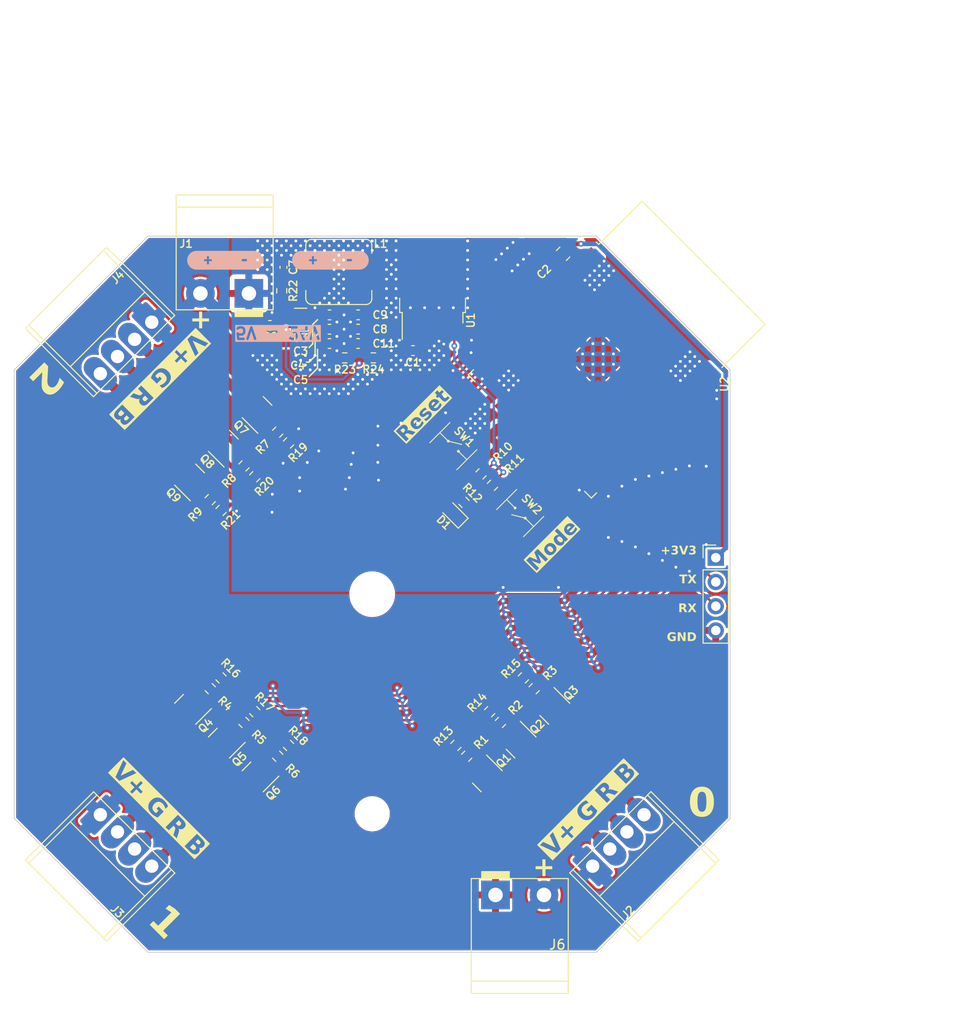
<source format=kicad_pcb>
(kicad_pcb (version 20221018) (generator pcbnew)
  (title_block (comment 4 "PCBWay Project ID: e9f6238d-98d9-4db3-80f1-0186aa2e5226"))
  (layers (0 "F.Cu" signal) (31 "B.Cu" signal) (34 "B.Paste" user) (35 "F.Paste" user) (36 "B.SilkS" user "B.Silkscreen") (37 "F.SilkS" user "F.Silkscreen") (38 "B.Mask" user) (39 "F.Mask" user) (44 "Edge.Cuts" user))
  (net 0 "")
  (net 1 "VCC")
  (net 2 "GND")
  (net 3 "+3.3V")
  (net 4 "/ch0_2")
  (net 5 "/ch0_1")
  (net 6 "/ch0_0")
  (net 7 "/ch1_2")
  (net 8 "/ch1_1")
  (net 9 "/ch1_0")
  (net 10 "/ch2_2")
  (net 11 "/ch2_1")
  (net 12 "/ch2_0")
  (net 13 "Net-(D1-K)")
  (net 28 "LED")
  (net 29 "RX")
  (net 31 "TX")
  (net 32 "/EN")
  (net 33 "BOOT")
  (net 34 "Net-(Q1-G)")
  (net 35 "Net-(Q2-G)")
  (net 36 "Net-(Q3-G)")
  (net 37 "Net-(Q4-G)")
  (net 38 "Net-(Q5-G)")
  (net 39 "Net-(Q6-G)")
  (net 40 "Net-(Q7-G)")
  (net 41 "Net-(Q8-G)")
  (net 42 "Net-(Q9-G)")
  (net 43 "+5V")
  (net 49 "/ledc0")
  (net 50 "/ledc1")
  (net 51 "/ledc2")
  (net 52 "/ledc3")
  (net 53 "/ledc4")
  (net 54 "/ledc5")
  (net 55 "/ledc6")
  (net 56 "/ledc7")
  (net 57 "/ledc8")
  (net 60 "/SS")
  (net 61 "/BST_C")
  (net 62 "/SW")
  (net 63 "/BST")
  (net 64 "/FB")
  (footprint "Package_TO_SOT_SMD:SOT-23" (layer "F.Cu") (at 119.136076 112.065009 -45)
    (fp_text reference "Q3")
    (fp_text value "SSM3K329R")
  )
  (footprint "Resistor_SMD:R_0603_1608Metric" (layer "F.Cu") (at 83.029436 109.899496 135)
    (fp_text reference "R4")
    (fp_text value "100k")
  )
  (footprint "Connector_PinHeader_2.54mm:PinHeader_1x04_P2.54mm_Vertical" (layer "F.Cu") (at 135.999998 96.18)
    (fp_text reference "J5" hide)
    (fp_text value "UART")
  )
  (footprint "Resistor_SMD:R_0603_1608Metric" (layer "F.Cu") (at 112.6 88.6 -135)
    (fp_text reference "R11")
    (fp_text value "10k")
  )
  (footprint "Resistor_SMD:R_0603_1608Metric" (layer "F.Cu") (at 90.100504 116.970562 135)
    (fp_text reference "R6")
    (fp_text value "100k")
  )
  (footprint "MountingHole:MountingHole_4.3mm_M4" (layer "F.Cu") (at 100 100 -45)
    (fp_text reference "H1" hide)
    (fp_text value "M4")
  )
  (footprint "Resistor_SMD:R_0603_1608Metric" (layer "F.Cu") (at 87.696342 112.303658 -45)
    (fp_text reference "R17")
    (fp_text value "1k")
  )
  (footprint "Capacitor_SMD:C_0402_1005Metric" (layer "F.Cu") (at 90.7 65.77 90)
    (fp_text reference "C7")
    (fp_text value "0.1µF 25V X5R")
  )
  (footprint "RF_Module:ESP32-WROOM-32" (layer "F.Cu") (at 123.499999 76.499999 -45)
    (fp_text reference "U2")
    (fp_text value "ESP32-WROOM-32")
  )
  (footprint "Resistor_SMD:R_0603_1608Metric" (layer "F.Cu") (at 87.696342 87.696342 -135)
    (fp_text reference "R20")
    (fp_text value "1k")
  )
  (footprint "ENSADLED:PLUG_Terminal_01x04_2.54mm" (layer "F.Cu") (at 74.207441 125.792559 -45)
    (fp_text reference "J3")
    (fp_text value "STRIP_1")
  )
  (footprint "Resistor_SMD:R_0603_1608Metric" (layer "F.Cu") (at 86.56497 113.435028 135)
    (fp_text reference "R5")
    (fp_text value "100k")
  )
  (footprint "ENSADLED:PLUG_Terminal_01x04_2.54mm" (layer "F.Cu") (at 125.792559 125.792559 45)
    (fp_text reference "J2")
    (fp_text value "STRIP_0")
  )
  (footprint "ENSADLED:EVQQ2" (layer "F.Cu") (at 115.5 91.5 45)
    (fp_text reference "SW2")
    (fp_text value "SW_BOOT")
  )
  (footprint "Resistor_SMD:R_0603_1608Metric" (layer "F.Cu") (at 84.160808 108.768124 -45)
    (fp_text reference "R16")
    (fp_text value "1k")
  )
  (footprint "Resistor_SMD:R_0603_1608Metric" (layer "F.Cu") (at 90.525 68.223936 90)
    (fp_text reference "R22")
    (fp_text value "5R 5%")
  )
  (footprint "Package_TO_SOT_SMD:SOT-23" (layer "F.Cu") (at 112.065008 119.136077 -45)
    (fp_text reference "Q1")
    (fp_text value "SSM3K329R")
  )
  (footprint "Resistor_SMD:R_0603_1608Metric" (layer "F.Cu") (at 83.029436 90.100505 45)
    (fp_text reference "R9")
    (fp_text value "100k")
  )
  (footprint "ENSADLED:fiche_bornier-2_P5.08mm" (layer "F.Cu") (at 84.54 68.5 180)
    (fp_text reference "J1")
    (fp_text value "VIN")
  )
  (footprint "Package_TO_SOT_SMD:SOT-23" (layer "F.Cu") (at 80.863923 112.065009 -135)
    (fp_text reference "Q4")
    (fp_text value "SSM3K329R")
  )
  (footprint "LOGO" (layer "F.Cu") (at 72.33884 100.191818 -45)
    (fp_text reference "G***" hide)
    (fp_text value "LOGO" hide)
  )
  (footprint "Capacitor_SMD:C_0603_1608Metric" (layer "F.Cu") (at 98.525 73.743936 180)
    (fp_text reference "C11")
    (fp_text value "100nF 50V X7R")
  )
  (footprint "Package_TO_SOT_SMD:SOT-583-8" (layer "F.Cu") (at 92.5 71.25 180)
    (fp_text reference "U3")
    (fp_text value "TPS62933DRLR")
  )
  (footprint "ENSADLED:EVQQ2" (layer "F.Cu") (at 108.5 84.5 -135)
    (fp_text reference "SW1")
    (fp_text value "SW_RESET")
  )
  (footprint "Resistor_SMD:R_0603_1608Metric" (layer "F.Cu") (at 108.768123 115.839193 45)
    (fp_text reference "R13")
    (fp_text value "1k")
  )
  (footprint "ENSADLED:fiche_bornier-2_P5.08mm" (layer "F.Cu") (at 115.46 131.5)
    (fp_text reference "J6")
    (fp_text value "VIN")
  )
  (footprint "Capacitor_SMD:C_0603_1608Metric" (layer "F.Cu") (at 98.525 70.743936 180)
    (fp_text reference "C9")
    (fp_text value "22µF 10V X5R")
  )
  (footprint "Resistor_SMD:R_0603_1608Metric" (layer "F.Cu") (at 91.231876 84.160808 -135)
    (fp_text reference "R19")
    (fp_text value "1k")
  )
  (footprint "Capacitor_SMD:C_0603_1608Metric" (layer "F.Cu") (at 98.525 72.243936 180)
    (fp_text reference "C8")
    (fp_text value "22µF 10V X5R")
  )
  (footprint "Resistor_SMD:R_0603_1608Metric" (layer "F.Cu") (at 116.970561 109.899495 -135)
    (fp_text reference "R3")
    (fp_text value "100k")
  )
  (footprint "MountingHole:MountingHole_3.2mm_M3" (layer "F.Cu") (at 100 123)
    (fp_text reference "H2" hide)
    (fp_text value "PEG" hide)
  )
  (footprint "Resistor_SMD:R_0603_1608Metric" (layer "F.Cu") (at 86.56497 86.564971 45)
    (fp_text reference "R8")
    (fp_text value "100k")
  )
  (footprint "Capacitor_SMD:C_0603_1608Metric" (layer "F.Cu") (at 95.525 73.75)
    (fp_text reference "C5")
    (fp_text value "100nF 50V X7R")
  )
  (footprint "Capacitor_SMD:C_0603_1608Metric" (layer "F.Cu") (at 104.275 74.488008)
    (fp_text reference "C1")
    (fp_text value "1µF 5V")
  )
  (footprint "Resistor_SMD:R_0603_1608Metric" (layer "F.Cu") (at 112.303658 112.303658 45)
    (fp_text reference "R14")
    (fp_text value "1k")
  )
  (footprint "Resistor_SMD:R_0603_1608Metric" (layer "F.Cu") (at 90.100504 83.029437 45)
    (fp_text reference "R7")
    (fp_text value "100k")
  )
  (footprint "Resistor_SMD:R_0603_1608Metric" (layer "F.Cu") (at 100.125 75.25)
    (fp_text reference "R24")
    (fp_text value "52.3K 1%")
  )
  (footprint "Resistor_SMD:R_0603_1608Metric" (layer "F.Cu") (at 109.616651 90.383347 135)
    (fp_text reference "R12")
    (fp_text value "1K")
  )
  (footprint "Package_TO_SOT_SMD:SOT-23" (layer "F.Cu") (at 87.93499 80.863923 135)
    (fp_text reference "Q7")
    (fp_text value "SSM3K329R")
  )
  (footprint "Package_TO_SOT_SMD:TO-252-2" (layer "F.Cu") (at 106.325 68.025 90)
    (fp_text reference "U1")
    (fp_text value "BD33FC0FP")
  )
  (footprint "Resistor_SMD:R_0603_1608Metric" (layer "F.Cu") (at 97.125 75.25 180)
    (fp_text reference "R23")
    (fp_text value "10K 1%")
  )
  (footprint "Capacitor_SMD:C_0603_1608Metric" (layer "F.Cu") (at 89.275 71.85 180)
    (fp_text reference "C6")
    (fp_text value "33nF 50V X7R")
  )
  (footprint "Package_TO_SOT_SMD:SOT-23" (layer "F.Cu") (at 87.93499 119.136076 -135)
    (fp_text reference "Q6")
    (fp_text value "SSM3K329R")
  )
  (footprint "Package_TO_SOT_SMD:SOT-23" (layer "F.Cu") (at 80.863922 87.934991 135)
    (fp_text reference "Q9")
    (fp_text value "SSM3K329R")
  )
  (footprint "Resistor_SMD:R_0603_1608Metric" (layer "F.Cu") (at 91.231876 115.839193 -45)
    (fp_text reference "R18")
    (fp_text value "1k")
  )
  (footprint "Resistor_SMD:R_0603_1608Metric" (layer "F.Cu") (at 115.83919 108.768124 45)
    (fp_text reference "R15")
    (fp_text value "1k")
  )
  (footprint "Package_TO_SOT_SMD:SOT-23" (layer "F.Cu") (at 84.399456 84.399457 135)
    (fp_text reference "Q8")
    (fp_text value "SSM3K329R")
  )
  (footprint "Resistor_SMD:R_0603_1608Metric" (layer "F.Cu") (at 113.435028 113.435028 -135)
    (fp_text reference "R2")
    (fp_text value "100k")
  )
  (footprint "ENSADLED:PLUG_Terminal_01x04_2.54mm" (layer "F.Cu") (at 74.207441 74.207441 -135)
    (fp_text reference "J4")
    (fp_text value "STRIP_2")
  )
  (footprint "Resistor_SMD:R_0603_1608Metric" (layer "F.Cu") (at 111.4 87.4 -135)
    (fp_text reference "R10")
    (fp_text value "10k")
  )
  (footprint "Resistor_SMD:R_0603_1608Metric" (layer "F.Cu") (at 109.899494 116.970562 -135)
    (fp_text reference "R1")
    (fp_text value "100k")
  )
  (footprint "Capacitor_SMD:C_0603_1608Metric" (layer "F.Cu") (at 95.525 70.75)
    (fp_text reference "C3")
    (fp_text value "10µF 35V X5R")
  )
  (footprint "Resistor_SMD:R_0603_1608Metric" (layer "F.Cu") (at 84.160807 91.231877 -135)
    (fp_text reference "R21")
    (fp_text value "1k")
  )
  (footprint "Package_TO_SOT_SMD:SOT-23" (layer "F.Cu") (at 115.600542 115.600543 -45)
    (fp_text reference "Q2")
    (fp_text value "SSM3K329R")
  )
  (footprint "Inductor_SMD:L_Bourns_SRP7028A_7.3x6.6mm" (layer "F.Cu") (at 96.5 66.25)
    (fp_text reference "L1")
    (fp_text value "6.8µH")
  )
  (footprint "LED_SMD:LED_0603_1608Metric" (layer "F.Cu") (at 108.485281 91.514719 135)
    (fp_text reference "D1")
    (fp_text value "USER LED BLUE")
  )
  (footprint "Package_TO_SOT_SMD:SOT-23" (layer "F.Cu") (at 84.399456 115.600542 -135)
    (fp_text reference "Q5")
    (fp_text value "SSM3K329R")
  )
  (footprint "Capacitor_SMD:C_0805_2012Metric" (layer "F.Cu") (at 120.001751 64.348249 45)
    (fp_text reference "C2")
    (fp_text value "22µF")
  )
  (footprint "Capacitor_SMD:C_0603_1608Metric" (layer "F.Cu") (at 95.525 72.25)
    (fp_text reference "C4")
    (fp_text value "10µF 35V X5R")
  )
  (footprint "kibuzzard-63B86E3D" (layer "B.Cu") (at 84.625 65.025)
    (fp_text reference "kibuzzard-63B86E3D" hide)
    (fp_text value "G***" hide)
  )
  (footprint "kibuzzard-63B86E3D" (layer "B.Cu") (at 95.625 65.025)
    (fp_text reference "kibuzzard-63B86E3D" hide)
    (fp_text value "G***" hide)
  )
  (gr_line (start 93.764 71.755) (end 94.272 71.247) (stroke (width 0.15)) (layer "F.SilkS"))
  (gr_line (start 94.018 75.057) (end 94.018 73.025) (stroke (width 0.15)) (layer "F.SilkS"))
  (gr_line (start 93.383 75.692) (end 93.115 75.693936) (stroke (width 0.15)) (layer "F.SilkS"))
  (gr_line (start 93.383 77.216) (end 94.272 76.327) (stroke (width 0.15)) (layer "F.SilkS"))
  (gr_line (start 93.764 73.787) (end 93.764 71.755) (stroke (width 0.15)) (layer "F.SilkS"))
  (gr_poly (pts (xy 114.42 129.799999) (xy 111.42 129.8) (xy 111.42 129) (xy 114.42 129)) (fill solid) (layer "F.SilkS"))
  (gr_line (start 93.383 75.692) (end 94.018 75.057) (stroke (width 0.15)) (layer "F.SilkS"))
  (gr_line (start 94.272 76.327) (end 94.272 74.3585) (stroke (width 0.15)) (layer "F.SilkS"))
  (gr_line (start 94.018 73.025) (end 94.272 72.771) (stroke (width 0.15)) (layer "F.SilkS"))
  (gr_rect (start 85.575 70.175) (end 88.575 70.975) (fill solid) (layer "F.SilkS"))
  (gr_line (start 93.383 74.168) (end 93.764 73.787) (stroke (width 0.15)) (layer "F.SilkS"))
  (gr_line (start 94.272 76.327) (end 94.272 76.327) (stroke (width 0.15)) (layer "F.SilkS"))
  (gr_line (start 123.499999 62.499999) (end 76.499998 62.5) (stroke (width 0.1)) (layer "Edge.Cuts"))
  (gr_line (start 76.499998 62.5) (end 62.499999 76.499999) (stroke (width 0.1)) (layer "Edge.Cuts"))
  (gr_line (start 137.499999 76.499999) (end 123.499999 62.499999) (stroke (width 0.1)) (layer "Edge.Cuts"))
  (gr_line (start 76.499998 137.5) (end 123.499999 137.5) (stroke (width 0.1)) (layer "Edge.Cuts"))
  (gr_line (start 62.499998 123.5) (end 76.499998 137.5) (stroke (width 0.1)) (layer "Edge.Cuts"))
  (gr_line (start 62.499999 76.499999) (end 62.499998 123.5) (stroke (width 0.1)) (layer "Edge.Cuts"))
  (gr_line (start 137.499999 123.5) (end 137.499999 76.499999) (stroke (width 0.1)) (layer "Edge.Cuts"))
  (gr_line (start 123.499999 137.5) (end 137.499999 123.5) (stroke (width 0.1)) (layer "Edge.Cuts"))
  (gr_text "202308" (at 106.999998 133.8) (layer "F.Cu") (effects (font (size 1 1) (thickness 0.19) bold) (justify right)))
  (gr_text "5V - 24V" (at 90.075 72.6 180) (layer "B.SilkS" knockout) (effects (font (size 1.2 1.2) (thickness 0.25) bold) (justify mirror)))
  (gr_text "V+ G R B" (at 77.6 122.6 315) (layer "F.SilkS" knockout) (effects (font (size 1.8 1.8) (thickness 0.36) bold)))
  (gr_text "+3V3\n\nTX\n\nRX\n\nGND" (at 133.999998 100.000001) (layer "F.SilkS") (effects (font (size 0.9 0.9) (thickness 0.16) bold) (justify right)))
  (gr_text "V+ G R B" (at 122.8 122.6 45) (layer "F.SilkS" knockout) (effects (font (size 1.8 1.8) (thickness 0.36) bold)))
  (gr_text "0" (at 134.55 122.025) (layer "F.SilkS") (effects (font (size 3 3) (thickness 0.6) bold)))
  (gr_text "Mode" (at 118.925 94.95 45) (layer "F.SilkS" knockout) (effects (font (size 1.5 1.5) (thickness 0.2) bold)))
  (gr_text "V+ G R B" (at 77.6 77.4 -135) (layer "F.SilkS" knockout) (effects (font (size 1.8 1.8) (thickness 0.36) bold)))
  (gr_text "+" (at 117.995 128.6 180) (layer "F.SilkS") (effects (font (size 2 2) (thickness 0.2) bold)))
  (gr_text "+" (at 82.025 71.325) (layer "F.SilkS") (effects (font (size 2 2) (thickness 0.2) bold)))
  (gr_text "Reset" (at 105.35 81.325 45) (layer "F.SilkS" knockout) (effects (font (size 1.5 1.5) (thickness 0.2) bold)))
  (gr_text "2" (at 65.725 77.4 -135) (layer "F.SilkS") (effects (font (size 3 3) (thickness 0.6) bold)))
  (gr_text "1" (at 78.25 134.425 -45) (layer "F.SilkS") (effects (font (size 3 3) (thickness 0.6) bold)))
  (segment (start 87.125736 73.625736) (end 94.625736 73.625736) (width 1) (layer "F.Cu") (net 1))
  (segment (start 82 68.5) (end 87.125736 73.625736) (width 1) (layer "F.Cu") (net 1))
  (segment (start 88.5 71.85) (end 87.08 71.85) (width 0.25) (layer "F.Cu") (net 2))
  (segment (start 87.08 71.85) (end 87.08 68.5) (width 0.25) (layer "F.Cu") (net 2))
  (segment (start 106.325 65.325) (end 105 64) (width 1) (layer "F.Cu") (net 2))
  (segment (start 104.25 68) (end 102.5 68) (width 1) (layer "F.Cu") (net 2))
  (segment (start 106.325 65.925) (end 106.325 68.175) (width 1) (layer "F.Cu") (net 2))
  (segment (start 108.4 68) (end 110 68) (width 1) (layer "F.Cu") (net 2))
  (segment (start 106.325 65.925) (end 104 68.25) (width 1) (layer "F.Cu") (net 2))
  (segment (start 108.5 68.1) (end 108.5 70) (width 1) (layer "F.Cu") (net 2))
  (segment (start 106.325 65.925) (end 104.25 68) (width 1) (layer "F.Cu") (net 2))
  (segment (start 105 64) (end 102.5 64) (width 1) (layer "F.Cu") (net 2))
  (segment (start 106.325 65.925) (end 108.25 64) (width 1) (layer "F.Cu") (net 2))
  (segment (start 104 68.25) (end 104 70) (width 1) (layer "F.Cu") (net 2))
  (segment (start 106.325 65.925) (end 108.5 68.1) (width 1) (layer "F.Cu") (net 2))
  (segment (start 108.25 64) (end 110 64) (width 1) (layer "F.Cu") (net 2))
  (segment (start 106.325 65.925) (end 108.4 68) (width 1) (layer "F.Cu") (net 2))
  (segment (start 106.325 65.925) (end 106.325 65.325) (width 1) (layer "F.Cu") (net 2))
  (via (at 102 76.5) (size 0.6) (drill 0.3) (layers "F.Cu" "B.Cu") (net 2))
  (via (at 97 78.5) (size 0.6) (drill 0.3) (layers "F.Cu" "B.Cu") (net 2))
  (via (at 95.5 69.5) (size 0.6) (drill 0.3) (layers "F.Cu" "B.Cu") (net 2))
  (via (at 102 75.5) (size 0.6) (drill 0.3) (layers "F.Cu" "B.Cu") (net 2))
  (via (at 97.5 63.5) (size 0.6) (drill 0.3) (layers "F.Cu" "B.Cu") (net 2))
  (via (at 102.5 75) (size 0.6) (drill 0.3) (layers "F.Cu" "B.Cu") (net 2))
  (via (at 106.5 75) (size 0.6) (drill 0.3) (layers "F.Cu" "B.Cu") (net 2))
  (via (at 107.5 73.8) (size 0.6) (drill 0.3) (layers "F.Cu" "B.Cu") (net 2))
  (via (at 111.795 80.12) (size 0.6) (drill 0.3) (layers "F.Cu" "B.Cu") (net 2))
  (via (at 95.5 79) (size 0.6) (drill 0.3) (layers "F.Cu" "B.Cu") (net 2))
  (via (at 100.59 86.19) (size 0.6) (drill 0.3) (layers "F.Cu" "B.Cu") (net 2))
  (via (at 100.66 88.06) (size 0.6) (drill 0.3) (layers "F.Cu" "B.Cu") (net 2))
  (via (at 100.5 63.5) (size 0.6) (drill 0.3) (layers "F.Cu" "B.Cu") (net 2))
  (via (at 104.2 113.8) (size 0.6) (drill 0.3) (layers "F.Cu" "B.Cu") (net 2))
  (via (at 115.85 64.92) (size 0.6) (drill 0.3) (layers "F.Cu" "B.Cu") (net 2))
  (via (at 124.748736 89.746951) (size 0.6) (drill 0.3) (layers "F.Cu" "B.Cu") (net 2))
  (via (at 88 65) (size 0.6) (drill 0.3) (layers "F.Cu" "B.Cu") (net 2))
  (via (at 89 76.5) (size 0.6) (drill 0.3) (layers "F.Cu" "B.Cu") (net 2))
  (via (at 109.795 82.12) (size 0.6) (drill 0.3) (layers "F.Cu" "B.Cu") (net 2))
  (via (at 132.795 75.12) (size 0.6) (drill 0.3) (layers "F.Cu" "B.Cu") (net 2))
  (via (at 114.295 76.62) (size 0.6) (drill 0.3) (layers "F.Cu" "B.Cu") (net 2))
  (via (at 101 73.5) (size 0.6) (drill 0.3) (layers "F.Cu" "B.Cu") (net 2))
  (via (at 93 64) (size 0.6) (drill 0.3) (layers "F.Cu" "B.Cu") (net 2))
  (via (at 101.5 65) (size 0.6) (drill 0.3) (layers "F.Cu" "B.Cu") (net 2))
  (via (at 98.5 63.5) (size 0.6) (drill 0.3) (layers "F.Cu" "B.Cu") (net 2))
  (via (at 110.4 73.4) (size 0.6) (drill 0.3) (layers "F.Cu" "B.Cu") (net 2))
  (via (at 103.6 112.4) (size 0.6) (drill 0.3) (layers "F.Cu" "B.Cu") (net 2))
  (via (at 97.6 87.8) (size 0.6) (drill 0.3) (layers "F.Cu" "B.Cu") (net 2))
  (via (at 114.158246 63.758246) (size 0.6) (drill 0.3) (layers "F.Cu" "B.Cu") (net 2))
  (via (at 110.295 82.62) (size 0.6) (drill 0.3) (layers "F.Cu" "B.Cu") (net 2))
  (via (at 94.5 75.5) (size 0.6) (drill 0.3) (layers "F.Cu" "B.Cu") (net 2))
  (via (at 89.5 76) (size 0.6) (drill 0.3) (layers "F.Cu" "B.Cu") (net 2))
  (via (at 92.4 87.8) (size 0.6) (drill 0.3) (layers "F.Cu" "B.Cu") (net 2))
  (via (at 124.295 67.12) (size 0.6) (drill 0.3) (layers "F.Cu" "B.Cu") (net 2))
  (via (at 111.795 82.12) (size 0.6) (drill 0.3) (layers "F.Cu" "B.Cu") (net 2))
  (via (at 110.795 82.12) (size 0.6) (drill 0.3) (layers "F.Cu" "B.Cu") (net 2))
  (via (at 126.162951 94.484567) (size 0.6) (drill 0.3) (layers "F.Cu" "B.Cu") (net 2))
  (via (at 133.295 75.62) (size 0.6) (drill 0.3) (layers "F.Cu" "B.Cu") (net 2))
  (via (at 101.5 68) (size 0.6) (drill 0.3) (layers "F.Cu" "B.Cu") (net 2))
  (via (at 97.5 69.5) (size 0.6) (drill 0.3) (layers "F.Cu" "B.Cu") (net 2))
  (via (at 92 75) (size 0.6) (drill 0.3) (layers "F.Cu" "B.Cu") (net 2))
  (via (at 96 67) (size 0.6) (drill 0.3) (layers "F.Cu" "B.Cu") (net 2))
  (via (at 134.999999 86.6) (size 0.6) (drill 0.3) (layers "F.Cu" "B.Cu") (net 2))
  (via (at 114.495688 103.606244) (size 0.6) (drill 0.3) (layers "F.Cu" "B.Cu") (net 2))
  (via (at 89 66) (size 0.6) (drill 0.3) (layers "F.Cu" "B.Cu") (net 2))
  (via (at 110.295 81.62) (size 0.6) (drill 0.3) (layers "F.Cu" "B.Cu") (net 2))
  (via (at 130.40559 87.272078) (size 0.6) (drill 0.3) (layers "F.Cu" "B.Cu") (net 2))
  (via (at 95 69) (size 0.6) (drill 0.3) (layers "F.Cu" "B.Cu") (net 2))
  (via (at 92.5 75.5) (size 0.6) (drill 0.3) (layers "F.Cu" "B.Cu") (net 2))
  (via (at 114.758246 63.158246) (size 0.6) (drill 0.3) (layers "F.Cu" "B.Cu") (net 2))
  (via (at 136.1 79.54) (size 0.6) (drill 0.3) (layers "F.Cu" "B.Cu") (net 2))
  (via (at 100 63) (size 0.6) (drill 0.3) (layers "F.Cu" "B.Cu") (net 2))
  (via (at 111.295 82.62) (size 0.6) (drill 0.3) (layers "F.Cu" "B.Cu") (net 2))
  (via (at 95.5 63.5) (size 0.6) (drill 0.3) (layers "F.Cu" "B.Cu") (net 2))
  (via (at 132.295 76.62) (size 0.6) (drill 0.3) (layers "F.Cu" "B.Cu") (net 2))
  (via (at 131.295 76.62) (size 0.6) (drill 0.3) (layers "F.Cu" "B.Cu") (net 2))
  (via (at 99.5 78) (size 0.6) (drill 0.3) (layers "F.Cu" "B.Cu") (net 2))
  (via (at 120.152542 100.636396) (size 0.6) (drill 0.3) (layers "F.Cu" "B.Cu") (net 2))
  (via (at 97.05 73.75) (size 0.6) (drill 0.3) (layers "F.Cu" "B.Cu") (net 2))
  (via (at 110 63) (size 0.6) (drill 0.3) (layers "F.Cu" "B.Cu") (net 2))
  (via (at 94 64) (size 0.6) (drill 0.3) (layers "F.Cu" "B.Cu") (net 2))
  (via (at 89 63) (size 0.6) (drill 0.3) (layers "F.Cu" "B.Cu") (net 2))
  (via (at 96.5 68.5) (size 0.6) (drill 0.3) (layers "F.Cu" "B.Cu") (net 2))
  (via (at 102.5 68) (size 0.6) (drill 0.3) (layers "F.Cu" "B.Cu") (net 2))
  (via (at 102.5 66) (size 0.6) (drill 0.3) (layers "F.Cu" "B.Cu") (net 2))
  (via (at 98 78.5) (size 0.6) (drill 0.3) (layers "F.Cu" "B.Cu") (net 2))
  (via (at 115.295 77.62) (size 0.6) (drill 0.3) (layers "F.Cu" "B.Cu") (net 2))
  (via (at 102.5 64) (size 0.6) (drill 0.3) (layers "F.Cu" "B.Cu") (net 2))
  (via (at 93.5 79) (size 0.6) (drill 0.3) (layers "F.Cu" "B.Cu") (net 2))
  (via (at 104 75.5) (size 0.6) (drill 0.3) (layers "F.Cu" "B.Cu") (net 2))
  (via (at 124.795 65.62) (size 0.6) (drill 0.3) (layers "F.Cu" "B.Cu") (net 2))
  (via (at 94 78.5) (size 0.6) (drill 0.3) (layers "F.Cu" "B.Cu") (net 2))
  (via (at 111.525 77.443936) (size 0.6) (drill 0.3) (layers "F.Cu" "B.Cu") (net 2))
  (via (at 123.795 66.62) (size 0.6) (drill 0.3) (layers "F.Cu" "B.Cu") (net 2))
  (via (at 90 77.5) (size 0.6) (drill 0.3) (layers "F.Cu" "B.Cu") (net 2))
  (via (at 114.000713 102.12132) (size 0.6) (drill 0.3) (layers "F.Cu" "B.Cu") (net 2))
  (via (at 94 75) (size 0.6) (drill 0.3) (layers "F.Cu" "B.Cu") (net 2))
  (via (at 97 69) (size 0.6) (drill 0.3) (layers "F.Cu" "B.Cu") (net 2))
  (via (at 96.5 63.5) (size 0.6) (drill 0.3) (layers "F.Cu" "B.Cu") (net 2))
  (via (at 89.505 91.42) (size 0.6) (drill 0.3) (layers "F.Cu" "B.Cu") (net 2))
  (via (at 132.295 75.62) (size 0.6) (drill 0.3) (layers "F.Cu" "B.Cu") (net 2))
  (via (at 94.5 69.5) (size 0.6) (drill 0.3) (layers "F.Cu" "B.Cu") (net 2))
  (via (at 88.5 65.5) (size 0.6) (drill 0.3) (layers "F.Cu" "B.Cu") (net 2))
  (via (at 106.5 74) (size 0.6) (drill 0.3) (layers "F.Cu" "B.Cu") (net 2))
  (via (at 102.85 73.4) (size 0.6) (drill 0.3) (layers "F.Cu" "B.Cu") (net 2))
  (via (at 95.5 76.5) (size 0.6) (drill 0.3) (layers "F.Cu" "B.Cu") (net 2))
  (via (at 115.980612 106.363962) (size 0.6) (drill 0.3) (layers "F.Cu" "B.Cu") (net 2))
  (via (at 101 76.5) (size 0.6) (drill 0.3) (layers "F.Cu" "B.Cu") (net 2))
  (via (at 89.5 63.5) (size 0.6) (drill 0.3) (layers "F.Cu" "B.Cu") (net 2))
  (via (at 115.25 65.52) (size 0.6) (drill 0.3) (layers "F.Cu" "B.Cu") (net 2))
  (via (at 111.295 80.62) (size 0.6) (drill 0.3) (layers "F.Cu" "B.Cu") (net 2))
  (via (at 95 63) (size 0.6) (drill 0.3) (layers "F.Cu" "B.Cu") (net 2))
  (via (at 102.5 67) (size 0.6) (drill 0.3) (layers "F.Cu" "B.Cu") (net 2))
  (via (at 99.5 77) (size 0.6) (drill 0.3) (layers "F.Cu" "B.Cu") (net 2))
  (via (at 126.16295 88.686291) (size 0.6) (drill 0.3) (layers "F.Cu" "B.Cu") (net 2))
  (via (at 102.5 63) (size 0.6) (drill 0.3) (layers "F.Cu" "B.Cu") (net 2))
  (via (at 88.5 64.5) (size 0.6) (drill 0.3) (layers "F.Cu" "B.Cu") (net 2))
  (via (at 88 64) (size 0.6) (drill 0.3) (layers "F.Cu" "B.Cu") (net 2))
  (via (at 106.5 76) (size 0.6) (drill 0.3) (layers "F.Cu" "B.Cu") (net 2))
  (via (at 101.5 66) (size 0.6) (drill 0.3) (layers "F.Cu" "B.Cu") (net 2))
  (via (at 132.795 77.12) (size 0.6) (drill 0.3) (layers "F.Cu" "B.Cu") (net 2))
  (via (at 94.5 79) (size 0.6) (drill 0.3) (layers "F.Cu" "B.Cu") (net 2))
  (via (at 93 75) (size 0.6) (drill 0.3) (layers "F.Cu" "B.Cu") (net 2))
  (via (at 112.958246 64.958246) (size 0.6) (drill 0.3) (layers "F.Cu" "B.Cu") (net 2))
  (via (at 92.8 112.4) (size 0.6) (drill 0.3) (layers "F.Cu" "B.Cu") (net 2))
  (via (at 99 63) (size 0.6) (drill 0.3) (layers "F.Cu" "B.Cu") (net 2))
  (via (at 100.5 77) (size 0.6) (drill 0.3) (layers "F.Cu" "B.Cu") (net 2))
  (via (at 105 75.5) (size 0.6) (drill 0.3) (layers "F.Cu" "B.Cu") (net 2))
  (via (at 109.53488 77.301942) (size 0.6) (drill 0.3) (layers "F.Cu" "B.Cu") (net 2))
  (via (at 91.5 63.5) (size 0.6) (drill 0.3) (layers "F.Cu" "B.Cu") (net 2))
  (via (at 93.2 86.2) (size 0.6) (drill 0.3) (layers "F.Cu" "B.Cu") (net 2))
  (via (at 93 78.5) (size 0.6) (drill 0.3) (layers "F.Cu" "B.Cu") (net 2))
  (via (at 92.5 63.5) (size 0.6) (drill 0.3) (layers "F.Cu" "B.Cu") (net 2))
  (via (at 90.66619 86.282129) (size 0.6) (drill 0.3) (layers "F.Cu" "B.Cu") (net 2))
  (via (at 96.5 79) (size 0.6) (drill 0.3) (layers "F.Cu" "B.Cu") (net 2))
  (via (at 85.785 91.29) (size 0.6) (drill 0.3) (layers "F.Cu" "B.Cu") (net 2))
  (via (at 136.1 78.65) (size 0.6) (drill 0.3) (layers "F.Cu" "B.Cu") (net 2))
  (via (at 101.5 71) (size 0.6) (drill 0.3) (layers "F.Cu" "B.Cu") (net 2))
  (via (at 124.295 66.12) (size 0.6) (drill 0.3) (layers "F.Cu" "B.Cu") (net 2))
  (via (at 111.795 81.12) (size 0.6) (drill 0.3) (layers "F.Cu" "B.Cu") (net 2))
  (via (at 92.5 79) (size 0.6) (drill 0.3) (layers "F.Cu" "B.Cu") (net 2))
  (via (at 104 76.5) (size 0.6) (drill 0.3) (layers "F.Cu" "B.Cu") (net 2))
  (via (at 90 64) (size 0.6) (drill 0.3) (layers "F.Cu" "B.Cu") (net 2))
  (via (at 122.795 67.62) (size 0.6) (drill 0.3) (layers "F.Cu" "B.Cu") (net 2))
  (via (at 107.5 75) (size 0.6) (drill 0.3) (layers "F.Cu" "B.Cu") (net 2))
  (via (at 123.795 65.62) (size 0.6) (drill 0.3) (layers "F.Cu" "B.Cu") (net 2))
  (via (at 114.795 77.12) (size 0.6) (drill 0.3) (layers "F.Cu" "B.Cu") (net 2))
  (via (at 133.234017 86.564971) (size 0.6) (drill 0.3) (layers "F.Cu" "B.Cu") (net 2))
  (via (at 90 76.5) (size 0.6) (drill 0.3) (layers "F.Cu" "B.Cu") (net 2))
  (via (at 102 66.5) (size 0.6) (drill 0.3) (layers "F.Cu" "B.Cu") (net 2))
  (via (at 88.5 76) (size 0.6) (drill 0.3) (layers "F.Cu" "B.Cu") (net 2))
  (via (at 123.295 66.12) (size 0.6) (drill 0.3) (layers "F.Cu" "B.Cu") (net 2))
  (via (at 88 66) (size 0.6) (drill 0.3) (layers "F.Cu" "B.Cu") (net 2))
  (via (at 97 67) (size 0.6) (drill 0.3) (layers "F.Cu" "B.Cu") (net 2))
  (via (at 100.6 84.4) (size 0.6) (drill 0.3) (layers "F.Cu" "B.Cu") (net 2))
  (via (at 127.577164 87.979185) (size 0.6) (drill 0.3) (layers "F.Cu" "B.Cu") (net 2))
  (via (at 99 64) (size 0.6) (drill 0.3) (layers "F.Cu" "B.Cu") (net 2))
  (via (at 95 75) (size 0.6) (drill 0.3) (layers "F.Cu" "B.Cu") (net 2))
  (via (at 93.5 75.5) (size 0.6) (drill 0.3) (layers "F.Cu" "B.Cu") (net 2))
  (via (at 102.6 109.8) (size 0.6) (drill 0.3) (layers "F.Cu" "B.Cu") (net 2))
  (via (at 105 76.5) (size 0.6) (drill 0.3) (layers "F.Cu" "B.Cu") (net 2))
  (via (at 89.5 75) (size 0.6) (drill 0.3) (layers "F.Cu" "B.Cu") (net 2))
  (via (at 106 74.5) (size 0.6) (drill 0.3) (layers "F.Cu" "B.Cu") (net 2))
  (via (at 97 68) (size 0.6) (drill 0.3) (layers "F.Cu" "B.Cu") (net 2))
  (via (at 106 75.5) (size 0.6) (drill 0.3) (layers "F.Cu" "B.Cu") (net 2))
  (via (at 123.688076 107.707465) (size 0.6) (drill 0.3) (layers "F.Cu" "B.Cu") (net 2))
  (via (at 114.795 78.12) (size 0.6) (drill 0.3) (layers "F.Cu" "B.Cu") (net 2))
  (via (at 102.5 74) (size 0.6) (drill 0.3) (layers "F.Cu" "B.Cu") (net 2))
  (via (at 102 69.5) (size 0.6) (drill 0.3) (layers "F.Cu" "B.Cu") (net 2))
  (via (at 95 76) (size 0.6) (drill 0.3) (layers "F.Cu" "B.Cu") (net 2))
  (via (at 96.5 69.5) (size 0.6) (drill 0.3) (layers "F.Cu" "B.Cu") (net 2))
  (via (at 130.40559 96.464466) (size 0.6) (drill 0.3) (layers "F.Cu" "B.Cu") (net 2))
  (via (at 94.5 63.5) (size 0.6) (drill 0.3) (layers "F.Cu" "B.Cu") (net 2))
  (via (at 98 64) (size 0.6) (drill 0.3) (layers "F.Cu" "B.Cu") (net 2))
  (via (at 100.6 82.4) (size 0.6) (drill 0.3) (layers "F.Cu" "B.Cu") (net 2))
  (via (at 91 63) (size 0.6) (drill 0.3) (layers "F.Cu" "B.Cu") (net 2))
  (via (at 93.2 114) (size 0.6) (drill 0.3) (layers "F.Cu" "B.Cu") (net 2))
  (via (at 104.75 82.08) (size 0.6) (drill 0.3) (layers "F.Cu" "B.Cu") (net 2))
  (via (at 91.5 78) (size 0.6) (drill 0.3) (layers "F.Cu" "B.Cu") (net 2))
  (via (at 103 76.5) (size 0.6) (drill 0.3) (layers "F.Cu" "B.Cu") (net 2))
  (via (at 110 65) (size 0.6) (drill 0.3) (layers "F.Cu" "B.Cu") (net 2))
  (via (at 106 76.5) (size 0.6) (drill 0.3) (layers "F.Cu" "B.Cu") (net 2))
  (via (at 93 63) (size 0.6) (drill 0.3) (layers "F.Cu" "B.Cu") (net 2))
  (via (at 131.819804 86.918524) (size 0.6) (drill 0.3) (layers "F.Cu" "B.Cu") (net 2))
  (via (at 108.5 70) (size 0.6) (drill 0.3) (layers "F.Cu" "B.Cu") (net 2))
  (via (at 111.295 81.62) (size 0.6) (drill 0.3) (layers "F.Cu" "B.Cu") (net 2))
  (via (at 122.295 67.12) (size 0.6) (drill 0.3) (layers "F.Cu" "B.Cu") (net 2))
  (via (at 89.5 77) (size 0.6) (drill 0.3) (layers "F.Cu" "B.Cu") (net 2))
  (via (at 110.795 81.12) (size 0.6) (drill 0.3) (layers "F.Cu" "B.Cu") (net 2))
  (via (at 131.819804 97.171574) (size 0.6) (drill 0.3) (layers "F.Cu" "B.Cu") (net 2))
  (via (at 110 66) (size 0.6) (drill 0.3) (layers "F.Cu" "B.Cu") (net 2))
  (via (at 97 63) (size 0.6) (drill 0.3) (layers "F.Cu" "B.Cu") (net 2))
  (via (at 108.47 76.58) (size 0.6) (drill 0.3) (layers "F.Cu" "B.Cu") (net 2))
  (via (at 97 65) (size 0.6) (drill 0.3) (layers "F.Cu" "B.Cu") (net 2))
  (via (at 110 70) (size 0.6) (drill 0.3) (layers "F.Cu" "B.Cu") (net 2))
  (via (at 88.5 75) (size 0.6) (drill 0.3) (layers "F.Cu" "B.Cu") (net 2))
  (via (at 89.5 68.5) (size 0.6) (drill 0.3) (layers "F.Cu" "B.Cu") (net 2))
  (via (at 87.5 75) (size 0.6) (drill 0.3) (layers "F.Cu" "B.Cu") (net 2))
  (via (at 102 65.5) (size 0.6) (drill 0.3) (layers "F.Cu" "B.Cu") (net 2))
  (via (at 116.45 64.34) (size 0.6) (drill 0.3) (layers "F.Cu" "B.Cu") (net 2))
  (via (at 101.5 74) (size 0.6) (drill 0.3) (layers "F.Cu" "B.Cu") (net 2))
  (via (at 110 69) (size 0.6) (drill 0.3) (layers "F.Cu" "B.Cu") (net 2))
  (via (at 102.5 65) (size 0.6) (drill 0.3) (layers "F.Cu" "B.Cu") (net 2))
  (via (at 113.717871 100.707106) (size 0.6) (drill 0.3) (layers "F.Cu" "B.Cu") (net 2))
  (via (at 96 68) (size 0.6) (drill 0.3) (layers "F.Cu" "B.Cu") (net 2))
  (via (at 107 74.5) (size 0.6) (drill 0.3) (layers "F.Cu" "B.Cu") (net 2))
  (via (at 123.295 68.12) (size 0.6) (drill 0.3) (layers "F.Cu" "B.Cu") (net 2))
  (via (at 90 63) (size 0.6) (drill 0.3) (layers "F.Cu" "B.Cu") (net 2))
  (via (at 92 63) (size 0.6) (drill 0.3) (layers "F.Cu" "B.Cu") (net 2))
  (via (at 89.5 64.5) (size 0.6) (drill 0.3) (layers "F.Cu" "B.Cu") (net 2))
  (via (at 97.2 89) (size 0.6) (drill 0.3) (layers "F.Cu" "B.Cu") (net 2))
  (via (at 110 68) (size 0.6) (drill 0.3) (layers "F.Cu" "B.Cu") (net 2))
  (via (at 88 63) (size 0.6) (drill 0.3) (layers "F.Cu" "B.Cu") (net 2))
  (via (at 102 73.5) (size 0.6) (drill 0.3) (layers "F.Cu" "B.Cu") (net 2))
  (via (at 102.5 71) (size 0.6) (drill 0.3) (layers "F.Cu" "B.Cu") (net 2))
  (via (at 102.5 70) (size 0.6) (drill 0.3) (layers "F.Cu" "B.Cu") (net 2))
  (via (at 102.5 69) (size 0.6) (drill 0.3) (layers "F.Cu" "B.Cu") (net 2))
  (via (at 133.234017 97.595837) (size 0.6) (drill 0.3) (layers "F.Cu" "B.Cu") (net 2))
  (via (at 97.725 72.993936) (size 0.6) (drill 0.3) (layers "F.Cu" "B.Cu") (net 2))
  (via (at 99.5 63.5) (size 0.6) (drill 0.3) (layers "F.Cu" "B.Cu") (net 2))
  (via (at 96.3 76.65) (size 0.6) (drill 0.3) (layers "F.Cu" "B.Cu") (net 2))
  (via (at 97.725 71.493936) (size 0.6) (drill 0.3) (layers "F.Cu" "B.Cu") (net 2))
  (via (at 99 77.5) (size 0.6) (drill 0.3) (layers "F.Cu" "B.Cu") (net 2))
  (via (at 131.795 76.12) (size 0.6) (drill 0.3) (layers "F.Cu" "B.Cu") (net 2))
  (via (at 107 73.5) (size 0.6) (drill 0.3) (layers "F.Cu" "B.Cu") (net 2))
  (via (at 96 63) (size 0.6) (drill 0.3) (layers "F.Cu" "B.Cu") (net 2))
  (via (at 122.795 66.62) (size 0.6) (drill 0.3) (layers "F.Cu" "B.Cu") (net 2))
  (via (at 103.5 76) (size 0.6) (drill 0.3) (layers "F.Cu" "B.Cu") (net 2))
  (via (at 107.69 81) (size 0.6) (drill 0.3) (layers "F.Cu" "B.Cu") (net 2))
  (via (at 89.534819 89.53482) (size 0.6) (drill 0.3) (layers "F.Cu" "B.Cu") (net 2))
  (via (at 132.795 76.12) (size 0.6) (drill 0.3) (layers "F.Cu" "B.Cu") (net 2))
  (via (at 113.795 78.12) (size 0.6) (drill 0.3) (layers "F.Cu" "B.Cu") (net 2))
  (via (at 90.5 63.5) (size 0.6) (drill 0.3) (layers "F.Cu" "B.Cu") (net 2))
  (via (at 94.5 76.5) (size 0.6) (drill 0.3) (layers "F.Cu" "B.Cu") (net 2))
  (via (at 95.5 68.5) (size 0.6) (drill 0.3) (layers "F.Cu" "B.Cu") (net 2))
  (via (at 121.7 89.1) (size 0.6) (drill 0.3) (layers "F.Cu" "B.Cu") (net 2))
  (via (at 128.991377 87.625631) (size 0.6) (drill 0.3) (layers "F.Cu" "B.Cu") (net 2))
  (via (at 117.394825 107.778175) (size 0.6) (drill 0.3) (layers "F.Cu" "B.Cu") (net 2))
  (via (at 107 75.5) (size 0.6) (drill 0.3) (layers "F.Cu" "B.Cu") (net 2))
  (via (at 122.980971 106.293251) (size 0.6) (drill 0.3) (layers "F.Cu" "B.Cu") (net 2))
  (via (at 121.566755 103.464823) (size 0.6) (drill 0.3) (layers "F.Cu" "B.Cu") (net 2))
  (via (at 89 65) (size 0.6) (drill 0.3) (layers "F.Cu" "B.Cu") (net 2))
  (via (at 96 66) (size 0.6) (drill 0.3) (layers "F.Cu" "B.Cu") (net 2))
  (via (at 88.5 63.5) (size 0.6) (drill 0.3) (layers "F.Cu" "B.Cu") (net 2))
  (via (at 100 77.5) (size 0.6) (drill 0.3) (layers "F.Cu" "B.Cu") (net 2))
  (via (at 89.6 109.6) (size 0.6) (drill 0.3) (layers "F.Cu" "B.Cu") (net 2))
  (via (at 101.5 63) (size 0.6) (drill 0.3) (layers "F.Cu" "B.Cu") (net 2))
  (via (at 113.71787 99.292893) (size 0.6) (drill 0.3) (layers "F.Cu" "B.Cu") (net 2))
  (via (at 89.5 65.5) (size 0.6) (drill 0.3) (layers "F.Cu" "B.Cu") (net 2))
  (via (at 107 70) (size 0.6) (drill 0.3) (layers "F.Cu" "B.Cu") (net 2))
  (via (at 104 70) (size 0.6) (drill 0.3) (layers "F.Cu" "B.Cu") (net 2))
  (via (at 113.558246 64.358246) (size 0.6) (drill 0.3) (layers "F.Cu" "B.Cu") (net 2))
  (via (at 120.859649 102.050609) (size 0.6) (drill 0.3) (layers "F.Cu" "B.Cu") (net 2))
  (via (at 100 64) (size 0.6) (drill 0.3) (layers "F.Cu" "B.Cu") (net 2))
  (via (at 89.5 69.5) (size 0.6) (drill 0.3) (layers "F.Cu" "B.Cu") (net 2))
  (via (at 94.4 85) (size 0.6) (drill 0.3) (layers "F.Cu" "B.Cu") (net 2))
  (via (at 98.5 78) (size 0.6) (drill 0.3) (layers "F.Cu" "B.Cu") (net 2))
  (via (at 123.795 67.62) (size 0.6) (drill 0.3) (layers "F.Cu" "B.Cu") (net 2))
  (via (at 125.295 66.12) (size 0.6) (drill 0.3) (layers "F.Cu" "B.Cu") (net 2))
  (via (at 90 75.5) (size 0.6) (drill 0.3) (layers "F.Cu" "B.Cu") (net 2))
  (via (at 93.5 76.5) (size 0.6) (drill 0.3) (layers "F.Cu" "B.Cu") (net 2))
  (via (at 98 85.2) (size 0.6) (drill 0.3) (layers "F.Cu" "B.Cu") (net 2))
  (via (at 97.05 72.25) (size 0.6) (drill 0.3) (layers "F.Cu" "B.Cu") (net 2))
  (via (at 96 64) (size 0.6) (drill 0.3) (layers "F.Cu" "B.Cu") (net 2))
  (via (at 122.273863 104.879036) (size 0.6) (drill 0.3) (layers "F.Cu" "B.Cu") (net 2))
  (via (at 93.5 63.5) (size 0.6) (drill 0.3) (layers "F.Cu" "B.Cu") (net 2))
  (via (at 97 66) (size 0.6) (drill 0.3) (layers "F.Cu" "B.Cu") (net 2))
  (via (at 110.360741 74.706082) (size 0.6) (drill 0.3) (layers "F.Cu" "B.Cu") (net 2))
  (via (at 110 64) (size 0.6) (drill 0.3) (layers "F.Cu" "B.Cu") (net 2))
  (via (at 96.5 64.5) (size 0.6) (drill 0.3) (layers "F.Cu" "B.Cu") (net 2))
  (via (at 93 76) (size 0.6) (drill 0.3) (layers "F.Cu" "B.Cu") (net 2))
  (via (at 124.295 65.12) (size 0.6) (drill 0.3) (layers "F.Cu" "B.Cu") (net 2))
  (via (at 123.295 67.12) (size 0.6) (drill 0.3) (layers "F.Cu" "B.Cu") (net 2))
  (via (at 97.05 70.75) (size 0.6) (drill 0.3) (layers "F.Cu" "B.Cu") (net 2))
  (via (at 89.6 111) (size 0.6) (drill 0.3) (layers "F.Cu" "B.Cu") (net 2))
  (via (at 96 65) (size 0.6) (drill 0.3) (layers "F.Cu" "B.Cu") (net 2))
  (via (at 90.5 78) (size 0.6) (drill 0.3) (layers "F.Cu" "B.Cu") (net 2))
  (via (at 124.748736 94.060303) (size 0.6) (drill 0.3) (layers "F.Cu" "B.Cu") (net 2))
  (via (at 133.295 74.62) (size 0.6) (drill 0.3) (layers "F.Cu" "B.Cu") (net 2))
  (via (at 89.5 66.5) (size 0.6) (drill 0.3) (layers "F.Cu" "B.Cu") (net 2))
  (via (at 96.3 71.5) (size 0.6) (drill 0.3) (layers "F.Cu" "B.Cu") (net 2))
  (via (at 94 63) (size 0.6) (drill 0.3) (layers "F.Cu" "B.Cu") (net 2))
  (via (at 89 64) (size 0.6) (drill 0.3) (layers "F.Cu" "B.Cu") (net 2))
  (via (at 128.991377 95.757359) (size 0.6) (drill 0.3) (layers "F.Cu" "B.Cu") (net 2))
  (via (at 134.999999 94.800001) (size 0.6) (drill 0.3) (layers "F.Cu" "B.Cu") (net 2))
  (via (at 92.4 89.2) (size 0.6) (drill 0.3) (layers "F.Cu" "B.Cu") (net 2))
  (via (at 92 78.5) (size 0.6) (drill 0.3) (layers "F.Cu" "B.Cu") (net 2))
  (via (at 102 70.5) (size 0.6) (drill 0.3) (layers "F.Cu" "B.Cu") (net 2))
  (via (at 110.795 83.12) (size 0.6) (drill 0.3) (layers "F.Cu" "B.Cu") (net 2))
  (via (at 119.516146 99.292893) (size 0.6) (drill 0.3) (layers "F.Cu" "B.Cu") (net 2))
  (via (at 98 63) (size 0.6) (drill 0.3) (layers "F.Cu" "B.Cu") (net 2))
  (via (at 105.5 70) (size 0.6) (drill 0.3) (layers "F.Cu" "B.Cu") (net 2))
  (via (at 113.795 77.12) (size 0.6) (drill 0.3) (layers "F.Cu" "B.Cu") (net 2))
  (via (at 97 64) (size 0.6) (drill 0.3) (layers "F.Cu" "B.Cu") (net 2))
  (via (at 103 75.5) (size 0.6) (drill 0.3) (layers "F.Cu" "B.Cu") (net 2))
  (via (at 96.5 66.5) (size 0.6) (drill 0.3) (layers "F.Cu" "B.Cu") (net 2))
  (via (at 97.5 79) (size 0.6) (drill 0.3) (layers "F.Cu" "B.Cu") (net 2))
  (via (at 96.5 67.5) (size 0.6) (drill 0.3) (layers "F.Cu" "B.Cu") (net 2))
  (via (at 97.5 78) (size 0.6) (drill 0.3) (layers "F.Cu" "B.Cu") (net 2))
  (via (at 96 78.5) (size 0.6) (drill 0.3) (layers "F.Cu" "B.Cu") (net 2))
  (via (at 96.3 74.5) (size 0.6) (drill 0.3) (layers "F.Cu" "B.Cu") (net 2))
  (via (at 89 75.5) (size 0.6) (drill 0.3) (layers "F.Cu" "B.Cu") (net 2))
  (via (at 134.295 75.62) (size 0.6) (drill 0.3) (layers "F.Cu" "B.Cu") (net 2))
  (via (at 89.5 67.5) (size 0.6) (drill 0.3) (layers "F.Cu" "B.Cu") (net 2))
  (via (at 91.5 64.5) (size 0.6) (drill 0.3) (layers "F.Cu" "B.Cu") (net 2))
  (via (at 103.02 82.08) (size 0.6) (drill 0.3) (layers "F.Cu" "B.Cu") (net 2))
  (via (at 110 67) (size 0.6) (drill 0.3) (layers "F.Cu" "B.Cu") (net 2))
  (via (at 101.5 67) (size 0.6) (drill 0.3) (layers "F.Cu" "B.Cu") (net 2))
  (via (at 95 64) (size 0.6) (drill 0.3) (layers "F.Cu" "B.Cu") (net 2))
  (via (at 107.59 79.28) (size 0.6) (drill 0.3) (layers "F.Cu" "B.Cu") (net 2))
  (via (at 124.795 66.62) (size 0.6) (drill 0.3) (layers "F.Cu" "B.Cu") (net 2))
  (via (at 92.292535 82.675885) (size 0.6) (drill 0.3) (layers "F.Cu" "B.Cu") (net 2))
  (via (at 115.202794 105.020458) (size 0.6) (drill 0.3) (layers "F.Cu" "B.Cu") (net 2))
  (via (at 94 70) (size 0.6) (drill 0.3) (layers "F.Cu" "B.Cu") (net 2))
  (via (at 91 77.5) (size 0.6) (drill 0.3) (layers "F.Cu" "B.Cu") (net 2))
  (via (at 89.5 70.5) (size 0.6) (drill 0.3) (layers "F.Cu" "B.Cu") (net 2))
  (via (at 96.5 65.5) (size 0.6) (drill 0.3) (layers "F.Cu" "B.Cu") (net 2))
  (via (at 104.5 76) (size 0.6) (drill 0.3) (layers "F.Cu" "B.Cu") (net 2))
  (via (at 97.8 86.4) (size 0.6) (drill 0.3) (layers "F.Cu" "B.Cu") (net 2))
  (via (at 132.295 77.62) (size 0.6) (drill 0.3) (layers "F.Cu" "B.Cu") (net 2))
  (via (at 92 64) (size 0.6) (drill 0.3) (layers "F.Cu" "B.Cu") (net 2))
  (via (at 114.66 66.14) (size 0.6) (drill 0.3) (layers "F.Cu" "B.Cu") (net 2))
  (via (at 92 76) (size 0.6) (drill 0.3) (layers "F.Cu" "B.Cu") (net 2))
  (via (at 100 76.5) (size 0.6) (drill 0.3) (layers "F.Cu" "B.Cu") (net 2))
  (via (at 91 64) (size 0.6) (drill 0.3) (layers "F.Cu" "B.Cu") (net 2))
  (via (at 133.295 76.62) (size 0.6) (drill 0.3) (layers "F.Cu" "B.Cu") (net 2))
  (via (at 101.5 70) (size 0.6) (drill 0.3) (layers "F.Cu" "B.Cu") (net 2))
  (via (at 96 69) (size 0.6) (drill 0.3) (layers "F.Cu" "B.Cu") (net 2))
  (via (at 133.795 75.12) (size 0.6) (drill 0.3) (layers "F.Cu" "B.Cu") (net 2))
  (via (at 98 77.5) (size 0.6) (drill 0.3) (layers "F.Cu" "B.Cu") (net 2))
  (via (at 90.5 77) (size 0.6) (drill 0.3) (layers "F.Cu" "B.Cu") (net 2))
  (via (at 96.3 73) (size 0.6) (drill 0.3) (layers "F.Cu" "B.Cu") (net 2))
  (via (at 91 78.5) (size 0.6) (drill 0.3) (layers "F.Cu" "B.Cu") (net 2))
  (via (at 88 75.5) (size 0.6) (drill 0.3) (layers "F.Cu" "B.Cu") (net 2))
  (via (at 127.577164 95.050253) (size 0.6) (drill 0.3) (layers "F.Cu" "B.Cu") (net 2))
  (via (at 90.5 64.5) (size 0.6) (drill 0.3) (layers "F.Cu" "B.Cu") (net 2))
  (via (at 92.5 76.5) (size 0.6) (drill 0.3) (layers "F.Cu" "B.Cu") (net 2))
  (via (at 105.5 76) (size 0.6) (drill 0.3) (layers "F.Cu" "B.Cu") (net 2))
  (via (at 131.795 77.12) (size 0.6) (drill 0.3) (layers "F.Cu" "B.Cu") (net 2))
  (via (at 102.5 76) (size 0.6) (drill 0.3) (layers "F.Cu" "B.Cu") (net 2))
  (via (at 102 74.5) (size 0.6) (drill 0.3) (layers "F.Cu" "B.Cu") (net 2))
  (via (at 114.295 78.62) (size 0.6) (drill 0.3) (layers "F.Cu" "B.Cu") (net 2))
  (via (at 113.295 77.62) (size 0.6) (drill 0.3) (layers "F.Cu" "B.Cu") (net 2))
  (via (at 114.295 77.62) (size 0.6) (drill 0.3) (layers "F.Cu" "B.Cu") (net 2))
  (via (at 133.795 76.12) (size 0.6) (drill 0.3) (layers "F.Cu" "B.Cu") (net 2))
  (via (at 98.5 77) (size 0.6) (drill 0.3) (layers "F.Cu" "B.Cu") (net 2))
  (via (at 91.5 79) (size 0.6) (drill 0.3) (layers "F.Cu" "B.Cu") (net 2))
  (via (at 101.5 69) (size 0.6) (drill 0.3) (layers "F.Cu" "B.Cu") (net 2))
  (via (at 95 78.5) (size 0.6) (drill 0.3) (layers "F.Cu" "B.Cu") (net 2))
  (via (at 103.178979 111.095795) (size 0.6) (drill 0.3) (layers "F.Cu" "B.Cu") (net 2))
  (via (at 101.5 64) (size 0.6) (drill 0.3) (layers "F.Cu" "B.Cu") (net 2))
  (via (at 94 76) (size 0.6) (drill 0.3) (layers "F.Cu" "B.Cu") (net 2))
  (segment (start 92.292535 82.675885) (end 92.292535 84.655782) (width 0.25) (layer "B.Cu") (net 2))
  (segment (start 103.178979 111.095795) (end 102.6 110.516816) (width 0.25) (layer "B.Cu") (net 2))
  (segment (start 94.4 85) (end 93.2 86.2) (width 0.25) (layer "B.Cu") (net 2))
  (segment (start 98 86.2) (end 97.8 86.4) (width 0.25) (layer "B.Cu") (net 2))
  (segment (start 97.6 86.6) (end 97.8 86.4) (width 0.25) (layer "B.Cu") (net 2))
  (segment (start 89.505 91.42) (end 90.18 91.42) (width 0.25) (layer "B.Cu") (net 2))
  (segment (start 115.202794 105.020458) (end 115.980612 105.798275) (width 0.25) (layer "B.Cu") (net 2))
  (segment (start 87.779639 91.29) (end 89.534819 89.53482) (width 0.25) (layer "B.Cu") (net 2))
  (segment (start 120.859649 102.050609) (end 121.566756 102.757717) (width 0.25) (layer "B.Cu") (net 2))
  (segment (start 114.495688 104.313351) (end 114.495688 103.606244) (width 0.25) (layer "B.Cu") (net 2))
  (segment (start 121.566755 104.17193) (end 121.566755 103.464823) (width 0.25) (layer "B.Cu") (net 2))
  (segment (start 92.8 112.4) (end 92.8 113.6) (width 0.25) (layer "B.Cu") (net 2))
  (segment (start 92.8 113.6) (end 93.2 114) (width 0.25) (layer "B.Cu") (net 2))
  (segment (start 103.6 113.2) (end 104.2 113.8) (width 0.25) (layer "B.Cu") (net 2))
  (segment (start 113.71787 99.292893) (end 113.717871 100.707106) (width 0.25) (layer "B.Cu") (net 2))
  (segment (start 122.980969 107.000357) (end 122.980971 106.293251) (width 0.25) (layer "B.Cu") (net 2))
  (segment (start 89.6 109.6) (end 89.6 111) (width 0.25) (layer "B.Cu") (net 2))
  (segment (start 89.6 111) (end 91 112.4) (width 0.25) (layer "B.Cu") (net 2))
  (segment (start 113.717871 101.838478) (end 113.717871 100.707106) (width 0.25) (layer "B.Cu") (net 2))
  (segment (start 115.202794 105.020458) (end 114.495688 104.313351) (width 0.25) (layer "B.Cu") (net 2))
  (segment (start 122.273863 104.879036) (end 122.98097 105.586144) (width 0.25) (layer "B.Cu") (net 2))
  (segment (start 120.859649 102.050609) (end 120.152542 101.343504) (width 0.25) (layer "B.Cu") (net 2))
  (segment (start 114.000713 102.12132) (end 113.717871 101.838478) (width 0.25) (layer "B.Cu") (net 2))
  (segment (start 115.980612 105.798275) (end 115.980612 106.363962) (width 0.25) (layer "B.Cu") (net 2))
  (segment (start 92.4 87) (end 93.2 86.2) (width 0.25) (layer "B.Cu") (net 2))
  (segment (start 92.4 89.2) (end 92.4 87.8) (width 0.25) (layer "B.Cu") (net 2))
  (segment (start 120.152542 99.929289) (end 120.152542 100.636396) (width 0.25) (layer "B.Cu") (net 2))
  (segment (start 114.495689 102.616295) (end 114.495688 103.606244) (width 0.25) (layer "B.Cu") (net 2))
  (segment (start 92.292535 84.655782) (end 90.66619 86.282129) (width 0.25) (layer "B.Cu") (net 2))
  (segment (start 122.273863 104.879036) (end 121.566755 104.17193) (width 0.25) (layer "B.Cu") (net 2))
  (segment (start 91 112.4) (end 92.8 112.4) (width 0.25) (layer "B.Cu") (net 2))
  (segment (start 98 85.2) (end 98 86.2) (width 0.25) (layer "B.Cu") (net 2))
  (segment (start 92.4 87.8) (end 92.4 87) (width 0.25) (layer "B.Cu") (net 2))
  (segment (start 90.18 91.42) (end 92.4 89.2) (width 0.25) (layer "B.Cu") (net 2))
  (segment (start 122.98097 105.586144) (end 122.980971 106.293251) (width 0.25) (layer "B.Cu") (net 2))
  (segment (start 102.6 110.516816) (end 102.6 109.8) (width 0.25) (layer "B.Cu") (net 2))
  (segment (start 123.688076 107.707465) (end 122.980969 107.000357) (width 0.25) (layer "B.Cu") (net 2))
  (segment (start 89.534819 89.53482) (end 89.534818 87.413499) (width 0.25) (layer "B.Cu") (net 2))
  (segment (start 119.516146 99.292893) (end 120.152542 99.929289) (width 0.25) (layer "B.Cu") (net 2))
  (segment (start 103.178979 111.095795) (end 103.178979 111.978979) (width 0.25) (layer "B.Cu") (net 2))
  (segment (start 97.2 88.2) (end 97.6 87.8) (width 0.25) (layer "B.Cu") (net 2))
  (segment (start 103.178979 111.978979) (end 103.6 112.4) (width 0.25) (layer "B.Cu") (net 2))
  (segment (start 114.000713 102.12132) (end 114.495689 102.616295) (width 0.25) (layer "B.Cu") (net 2))
  (segment (start 121.566756 102.757717) (end 121.566755 103.464823) (width 0.25) (layer "B.Cu") (net 2))
  (segment (start 117.394825 107.778175) (end 115.980612 106.363962) (width 0.25) (layer "B.Cu") (net 2))
  (segment (start 97.6 87.8) (end 97.6 86.6) (width 0.25) (layer "B.Cu") (net 2))
  (segment (start 120.152542 101.343504) (end 120.152542 100.636396) (width 0.25) (layer "B.Cu") (net 2))
  (segment (start 103.6 112.4) (end 103.6 113.2) (width 0.25) (layer "B.Cu") (net 2))
  (segment (start 97.2 89) (end 97.2 88.2) (width 0.25) (layer "B.Cu") (net 2))
  (segment (start 89.534818 87.413499) (end 90.66619 86.282129) (width 0.25) (layer "B.Cu") (net 2))
  (segment (start 85.785 91.29) (end 87.779639 91.29) (width 0.25) (layer "B.Cu") (net 2))
  (segment (start 121.88 63.3) (end 121.05 63.3) (width 0.5) (layer "F.Cu") (net 3))
  (segment (start 120.197003 63.199999) (end 120.673502 63.676498) (width 1) (layer "F.Cu") (net 3))
  (segment (start 112.183363 86.816637) (end 112.75 86.25) (width 0.25) (layer "F.Cu") (net 3))
  (segment (start 113.183363 87.796637) (end 113.75 87.23) (width 0.25) (layer "F.Cu") (net 3))
  (segment (start 111.983363 86.816637) (end 112.183363 86.816637) (width 0.25) (layer "F.Cu") (net 3))
  (segment (start 108.605 73.995) (end 108.6 74) (width 0.25) (layer "F.Cu") (net 3))
  (segment (start 121.05 63.3) (end 120.673502 63.676498) (width 0.5) (layer "F.Cu") (net 3))
  (segment (start 108.605 72.225) (end 108.605 73.995) (width 0.25) (layer "F.Cu") (net 3))
  (segment (start 122.24842 65.220259) (end 122.24842 65.37721) (width 0.5) (layer "F.Cu") (net 3))
  (segment (start 108.605 72.225) (end 110.205 72.225) (width 1) (layer "F.Cu") (net 3))
  (segment (start 122.24842 65.255614) (end 122.24842 65.37721) (width 0.5) (layer "F.Cu") (net 3))
  (segment (start 113.183363 88.016637) (end 113.183363 87.796637) (width 0.25) (layer "F.Cu") (net 3))
  (segment (start 120.647517 63.654711) (end 122.24842 65.255614) (width 0.5) (layer "F.Cu") (net 3))
  (segment (start 116.130001 63.199999) (end 120.197003 63.199999) (width 1) (layer "F.Cu") (net 3))
  (segment (start 113.5 68.93) (end 113.5 65.83) (width 1) (layer "F.Cu") (net 3))
  (segment (start 113.5 65.83) (end 116.130001 63.199999) (width 1) (layer "F.Cu") (net 3))
  (segment (start 110.205 72.225) (end 113.5 68.93) (width 1) (layer "F.Cu") (net 3))
  (via (at 113.75 87.23) (size 0.6) (drill 0.3) (layers "F.Cu" "B.Cu") (net 3))
  (via (at 112.75 86.25) (size 0.6) (drill 0.3) (layers "F.Cu" "B.Cu") (net 3))
  (via (at 108.6 74) (size 0.6) (drill 0.3) (layers "F.Cu" "B.Cu") (net 3))
  (via (at 121.88 63.3) (size 0.6) (drill 0.3) (layers "F.Cu" "B.Cu") (net 3))
  (segment (start 123.635001 63.300001) (end 137.049999 76.714999) (width 0.5) (layer "B.Cu") (net 3))
  (segment (start 108.6 75.483884) (end 112.75 79.633884) (width 0.25) (layer "B.Cu") (net 3))
  (segment (start 137.049999 95.129999) (end 135.999998 96.18) (width 0.5) (layer "B.Cu") (net 3))
  (segment (start 108.6 74) (end 108.6 75.483884) (width 0.25) (layer "B.Cu") (net 3))
  (segment (start 112.75 81.12) (end 112.75 86.25) (width 0.25) (layer "B.Cu") (net 3))
  (segment (start 113.62 87.12) (end 112.75 86.25) (width 0.25) (layer "B.Cu") (net 3))
  (segment (start 112.75 79.633884) (end 112.75 81.12) (width 0.25) (layer "B.Cu") (net 3))
  (segment (start 121.88 63.3) (end 123.635001 63.300001) (width 0.5) (layer "B.Cu") (net 3))
  (segment (start 137.049999 76.714999) (end 137.049999 95.129999) (width 0.5) (layer "B.Cu") (net 3))
  (segment (start 113.75 87.23) (end 113.64 87.12) (width 0.25) (layer "B.Cu") (net 3))
  (segment (start 113.64 87.12) (end 113.62 87.12) (width 0.25) (layer "B.Cu") (net 3))
  (segment (start 112.727921 119.79899) (end 115.528931 122.6) (width 1) (layer "F.Cu") (net 4))
  (segment (start 120.803948 122.6) (end 124.894533 126.690585) (width 1) (layer "F.Cu") (net 4))
  (segment (start 115.528931 122.6) (end 120.803948 122.6) (width 1) (layer "F.Cu") (net 4))
  (segment (start 122.396052 120.6) (end 126.690585 124.894533) (width 1) (layer "F.Cu") (net 5))
  (segment (start 120.599999 120.6) (end 122.396052 120.6) (width 1) (layer "F.Cu") (net 5))
  (segment (start 116.263455 116.263456) (end 120.599999 120.6) (width 1) (layer "F.Cu") (net 5))
  (segment (start 124.4 117.328933) (end 124.4 119.011846) (width 1) (layer "F.Cu") (net 6))
  (segment (start 124.4 119.011846) (end 128.486636 123.098482) (width 1) (layer "F.Cu") (net 6))
  (segment (start 119.798989 112.727922) (end 124.4 117.328933) (width 1) (layer "F.Cu") (net 6))
  (segment (start 76.4 121.803948) (end 73.309415 124.894533) (width 1) (layer "F.Cu") (net 7))
  (segment (start 76.4 116.528932) (end 76.4 121.803948) (width 1) (layer "F.Cu") (net 7))
  (segment (start 80.20101 112.727922) (end 76.4 116.528932) (width 1) (layer "F.Cu") (net 7))
  (segment (start 79.2 122.596052) (end 75.105467 126.690585) (width 1) (layer "F.Cu") (net 8))
  (segment (start 83.736543 116.263455) (end 79.2 120.799998) (width 1) (layer "F.Cu") (net 8))
  (segment (start 79.2 120.799998) (end 79.2 122.596052) (width 1) (layer "F.Cu") (net 8))
  (segment (start 81.188154 124.2) (end 82.871066 124.2) (width 1) (layer "F.Cu") (net 9))
  (segment (start 76.901518 128.486636) (end 81.188154 124.2) (width 1) (layer "F.Cu") (net 9))
  (segment (start 82.871066 124.2) (end 87.272077 119.798989) (width 1) (layer "F.Cu") (net 9))
  (segment (start 78.996052 77.2) (end 75.105467 73.309415) (width 1) (layer "F.Cu") (net 10))
  (segment (start 87.272077 80.20101) (end 84.271067 77.2) (width 1) (layer "F.Cu") (net 10))
  (segment (start 84.271067 77.2) (end 78.996052 77.2) (width 1) (layer "F.Cu") (net 10))
  (segment (start 79.799999 79.8) (end 78.003948 79.8) (width 1) (layer "F.Cu") (net 11))
  (segment (start 83.736543 83.736544) (end 79.799999 79.8) (width 1) (layer "F.Cu") (net 11))
  (segment (start 78.003948 79.8) (end 73.309415 75.105467) (width 1) (layer "F.Cu") (net 11))
  (segment (start 80.201009 87.272078) (end 76 83.071069) (width 1) (layer "F.Cu") (net 12))
  (segment (start 76 81.388154) (end 71.513364 76.901518) (width 1) (layer "F.Cu") (net 12))
  (segment (start 76 83.071069) (end 76 81.388154) (width 1) (layer "F.Cu") (net 12))
  (segment (start 110.200014 90.966712) (end 109.095161 92.071565) (width 0.25) (layer "F.Cu") (net 13))
  (segment (start 109.095161 92.071565) (end 109.042128 92.071565) (width 0.25) (layer "F.Cu") (net 13))
  (segment (start 119.796148 87.976344) (end 120.112957 87.976343) (width 0.25) (layer "F.Cu") (net 28))
  (segment (start 109.042128 90.957872) (end 114.024748 85.975252) (width 0.25) (layer "F.Cu") (net 28))
  (segment (start 120.112957 87.976343) (end 120.820064 87.269236) (width 0.25) (layer "F.Cu") (net 28))
  (segment (start 107.928433 90.957872) (end 109.042128 90.957872) (width 0.25) (layer "F.Cu") (net 28))
  (segment (start 117.795056 85.975252) (end 119.796148 87.976344) (width 0.25) (layer "F.Cu") (net 28))
  (segment (start 114.024748 85.975252) (end 117.795056 85.975252) (width 0.25) (layer "F.Cu") (net 28))
  (segment (start 133.859018 82.37596) (end 131.928712 80.445655) (width 0.25) (layer "F.Cu") (net 29))
  (segment (start 135.999998 101.260001) (end 133.859017 99.119019) (width 0.25) (layer "F.Cu") (net 29))
  (segment (start 133.859017 99.119019) (end 133.859018 82.37596) (width 0.25) (layer "F.Cu") (net 29))
  (segment (start 135.999998 98.72) (end 134.309017 97.029019) (width 0.25) (layer "F.Cu") (net 31))
  (segment (start 134.309017 81.029909) (end 132.826738 79.547629) (width 0.25) (layer "F.Cu") (net 31))
  (segment (start 134.309017 97.029019) (end 134.309017 81.029909) (width 0.25) (layer "F.Cu") (net 31))
  (segment (start 110.8 79) (end 121.625897 68.174103) (width 0.25) (layer "F.Cu") (net 32))
  (segment (start 121.625897 66.550738) (end 121.350394 66.275235) (width 0.25) (layer "F.Cu") (net 32))
  (segment (start 109.489949 80.681623) (end 104.681623 85.489949) (width 0.25) (layer "F.Cu") (net 32))
  (segment (start 110.816637 87.983363) (end 110.816637 86.616637) (width 0.25) (layer "F.Cu") (net 32))
  (segment (start 110.8 79.371572) (end 110.8 79) (width 0.25) (layer "F.Cu") (net 32))
  (segment (start 110.816637 86.616637) (end 107.185786 82.985786) (width 0.25) (layer "F.Cu") (net 32))
  (segment (start 121.625897 68.174103) (end 121.625897 66.550738) (width 0.25) (layer "F.Cu") (net 32))
  (segment (start 109.489949 80.681623) (end 110.8 79.371572) (width 0.25) (layer "F.Cu") (net 32))
  (segment (start 107.185786 82.985786) (end 104.681623 85.489949) (width 0.25) (layer "F.Cu") (net 32))
  (segment (start 116.330851 93.497577) (end 114.510051 95.318377) (width 0.25) (layer "F.Cu") (net 33))
  (segment (start 119.318377 90.510051) (end 121.864315 90.510051) (width 0.25) (layer "F.Cu") (net 33))
  (segment (start 112.016637 89.183363) (end 116.330851 93.497577) (width 0.25) (layer "F.Cu") (net 33))
  (segment (start 121.864315 90.510051) (end 123.846481 88.527885) (width 0.25) (layer "F.Cu") (net 33))
  (segment (start 119.318377 90.510051) (end 114.510051 95.318377) (width 0.25) (layer "F.Cu") (net 33))
  (segment (start 109.351488 115.25583) (end 110.482857 116.387199) (width 0.25) (layer "F.Cu") (net 34))
  (segment (start 110.482857 116.387199) (end 110.659633 116.387199) (width 0.25) (layer "F.Cu") (net 34))
  (segment (start 110.659633 116.387199) (end 112.073847 117.801413) (width 0.5) (layer "F.Cu") (net 34))
  (segment (start 109.351486 115.25583) (end 109.351488 115.25583) (width 0.25) (layer "F.Cu") (net 34))
  (segment (start 112.887021 111.720295) (end 114.018391 112.851665) (width 0.25) (layer "F.Cu") (net 35))
  (segment (start 114.195167 112.851665) (end 114.018391 112.851665) (width 0.25) (layer "F.Cu") (net 35))
  (segment (start 115.609381 114.265879) (end 114.195167 112.851665) (width 0.5) (layer "F.Cu") (net 35))
  (segment (start 116.422553 108.184761) (end 117.553924 109.316132) (width 0.25) (layer "F.Cu") (net 36))
  (segment (start 117.553924 109.316132) (end 117.730702 109.316132) (width 0.25) (layer "F.Cu") (net 36))
  (segment (start 117.730702 109.316132) (end 119.144915 110.730345) (width 0.5) (layer "F.Cu") (net 36))
  (segment (start 83.612799 110.659636) (end 83.612799 110.482859) (width 0.5) (layer "F.Cu") (net 37))
  (segment (start 82.198587 112.073848) (end 83.612799 110.659636) (width 0.5) (layer "F.Cu") (net 37))
  (segment (start 84.744171 109.351487) (end 83.612799 110.482859) (width 0.25) (layer "F.Cu") (net 37))
  (segment (start 88.279703 112.887021) (end 87.148333 114.018391) (width 0.25) (layer "F.Cu") (net 38))
  (segment (start 85.73412 115.609381) (end 87.148333 114.195168) (width 0.5) (layer "F.Cu") (net 38))
  (segment (start 87.148333 114.195168) (end 87.148333 114.018391) (width 0.25) (layer "F.Cu") (net 38))
  (segment (start 88.279705 112.887021) (end 88.279703 112.887021) (width 0.25) (layer "F.Cu") (net 38))
  (segment (start 91.815239 116.422556) (end 91.815236 116.422556) (width 0.25) (layer "F.Cu") (net 39))
  (segment (start 90.683867 117.553925) (end 90.683867 117.730702) (width 0.25) (layer "F.Cu") (net 39))
  (segment (start 91.815236 116.422556) (end 90.683867 117.553925) (width 0.25) (layer "F.Cu") (net 39))
  (segment (start 90.683867 117.730702) (end 89.269654 119.144915) (width 0.5) (layer "F.Cu") (net 39))
  (segment (start 90.648511 84.744171) (end 89.517141 83.6128) (width 0.25) (layer "F.Cu") (net 40))
  (segment (start 89.340364 83.6128) (end 87.926151 82.198587) (width 0.5) (layer "F.Cu") (net 40))
  (segment (start 89.517141 83.6128) (end 89.340364 83.6128) (width 0.5) (layer "F.Cu") (net 40))
  (segment (start 84.567394 85.734121) (end 84.567394 85.926394) (width 0.25) (layer "F.Cu") (net 41))
  (segment (start 85.789334 87.148334) (end 85.981607 87.148334) (width 0.25) (layer "F.Cu") (net 41))
  (segment (start 84.567394 85.734121) (end 84.390618 85.734122) (width 0.25) (layer "F.Cu") (net 41))
  (segment (start 87.112978 88.279705) (end 85.981607 87.148334) (width 0.25) (layer "F.Cu") (net 41))
  (segment (start 84.390617 85.734121) (end 84.567394 85.734121) (width 0.25) (layer "F.Cu") (net 41))
  (segment (start 84.567394 85.926394) (end 85.789334 87.148334) (width 0.5) (layer "F.Cu") (net 41))
  (segment (start 87.112979 88.279705) (end 87.112978 88.279705) (width 0.25) (layer "F.Cu") (net 41))
  (segment (start 81.932205 90.17) (end 81.699 90.17) (width 0.5) (layer "F.Cu") (net 42))
  (segment (start 83.577444 91.815239) (end 82.446073 90.683868) (width 0.25) (layer "F.Cu") (net 42))
  (segment (start 83.577444 91.81524) (end 83.577444 91.815239) (width 0.25) (layer "F.Cu") (net 42))
  (segment (start 81.699 90.17) (end 80.855083 89.326083) (width 0.5) (layer "F.Cu") (net 42))
  (segment (start 80.855083 89.326083) (end 80.855083 89.269655) (width 0.5) (layer "F.Cu") (net 42))
  (segment (start 82.446073 90.683868) (end 81.932205 90.17) (width 0.5) (layer "F.Cu") (net 42))
  (segment (start 104.045 73.943008) (end 104.045 72.225) (width 0.75) (layer "F.Cu") (net 43))
  (segment (start 103.5 74.488008) (end 104.045 73.943008) (width 0.75) (layer "F.Cu") (net 43))
  (segment (start 104.026064 72.243936) (end 104.045 72.225) (width 1) (layer "F.Cu") (net 43))
  (segment (start 99.443936 73.743936) (end 100.95 75.25) (width 0.75) (layer "F.Cu") (net 43))
  (segment (start 99.3 72.243936) (end 104.026064 72.243936) (width 1) (layer "F.Cu") (net 43))
  (segment (start 99.3 73.743936) (end 99.443936 73.743936) (width 0.75) (layer "F.Cu") (net 43))
  (segment (start 121.920309 104.24264) (end 129.698483 96.464466) (width 0.25) (layer "F.Cu") (net 49))
  (segment (start 108.184761 116.422555) (end 108.184761 110.907122) (width 0.25) (layer "F.Cu") (net 49))
  (segment (start 108.184761 110.907122) (end 114.849242 104.242641) (width 0.25) (layer "F.Cu") (net 49))
  (segment (start 129.698483 96.464466) (end 129.698483 87.195684) (width 0.25) (layer "F.Cu") (net 49))
  (segment (start 114.849242 104.242641) (end 121.920309 104.24264) (width 0.25) (layer "F.Cu") (net 49))
  (segment (start 129.698483 87.195684) (end 127.438584 84.935783) (width 0.25) (layer "F.Cu") (net 49))
  (segment (start 131.112698 86.813847) (end 128.336609 84.037758) (width 0.25) (layer "F.Cu") (net 50))
  (segment (start 122.627417 105.656854) (end 131.112698 97.171574) (width 0.25) (layer "F.Cu") (net 50))
  (segment (start 115.556348 105.656854) (end 122.627417 105.656854) (width 0.25) (layer "F.Cu") (net 50))
  (segment (start 111.083897 112.250625) (end 111.083897 110.129305) (width 0.25) (layer "F.Cu") (net 50))
  (segment (start 111.720293 112.887021) (end 111.083897 112.250625) (width 0.25) (layer "F.Cu") (net 50))
  (segment (start 131.112698 97.171574) (end 131.112698 86.813847) (width 0.25) (layer "F.Cu") (net 50))
  (segment (start 111.083897 110.129305) (end 115.556348 105.656854) (width 0.25) (layer "F.Cu") (net 50))
  (segment (start 115.255827 108.078695) (end 116.263455 107.071067) (width 0.25) (layer "F.Cu") (net 51))
  (segment (start 115.255827 109.351487) (end 115.255827 108.078695) (width 0.25) (layer "F.Cu") (net 51))
  (segment (start 132.526912 86.432008) (end 129.234635 83.139732) (width 0.25) (layer "F.Cu") (net 51))
  (segment (start 132.526911 97.878679) (end 132.526912 86.432008) (width 0.25) (layer "F.Cu") (net 51))
  (segment (start 123.334523 107.071067) (end 132.526911 97.878679) (width 0.25) (layer "F.Cu") (net 51))
  (segment (start 116.263455 107.071067) (end 123.334523 107.071067) (width 0.25) (layer "F.Cu") (net 51))
  (segment (start 124.744507 87.62986) (end 125.451615 88.336967) (width 0.25) (layer "F.Cu") (net 52))
  (segment (start 113.4 100) (end 102.8 110.6) (width 0.25) (layer "F.Cu") (net 52))
  (segment (start 91.6 110.6) (end 91.375 110.375) (width 0.25) (layer "F.Cu") (net 52))
  (segment (start 125.451615 88.336967) (end 125.451615 94.347376) (width 0.25) (layer "F.Cu") (net 52))
  (segment (start 102.8 110.6) (end 91.6 110.6) (width 0.25) (layer "F.Cu") (net 52))
  (segment (start 125.451615 94.347376) (end 119.798988 100) (width 0.25) (layer "F.Cu") (net 52))
  (segment (start 119.798988 100) (end 113.4 100) (width 0.25) (layer "F.Cu") (net 52))
  (segment (start 88.375 110.375) (end 86.184761 108.184761) (width 0.25) (layer "F.Cu") (net 52))
  (segment (start 91.375 110.375) (end 88.375 110.375) (width 0.25) (layer "F.Cu") (net 52))
  (segment (start 86.184761 108.184761) (end 83.577445 108.184761) (width 0.25) (layer "F.Cu") (net 52))
  (segment (start 113.785786 101.414214) (end 120.506096 101.414214) (width 0.25) (layer "F.Cu") (net 53))
  (segment (start 120.506096 101.414214) (end 126.870057 95.050253) (width 0.25) (layer "F.Cu") (net 53))
  (segment (start 87.112979 111.720295) (end 103.479705 111.720295) (width 0.25) (layer "F.Cu") (net 53))
  (segment (start 126.870056 87.959359) (end 125.642532 86.731835) (width 0.25) (layer "F.Cu") (net 53))
  (segment (start 103.479705 111.720295) (end 113.785786 101.414214) (width 0.25) (layer "F.Cu") (net 53))
  (segment (start 126.870057 95.050253) (end 126.870056 87.959359) (width 0.25) (layer "F.Cu") (net 53))
  (segment (start 104 113.2) (end 114.371573 102.828427) (width 0.25) (layer "F.Cu") (net 54))
  (segment (start 92.704343 113.2) (end 104 113.2) (width 0.25) (layer "F.Cu") (net 54))
  (segment (start 90.648513 115.25583) (end 92.704343 113.2) (width 0.25) (layer "F.Cu") (net 54))
  (segment (start 121.213202 102.828427) (end 128.28427 95.757359) (width 0.25) (layer "F.Cu") (net 54))
  (segment (start 128.28427 87.577521) (end 126.540558 85.833809) (width 0.25) (layer "F.Cu") (net 54))
  (segment (start 128.28427 95.757359) (end 128.28427 87.577521) (width 0.25) (layer "F.Cu") (net 54))
  (segment (start 114.371573 102.828427) (end 121.213202 102.828427) (width 0.25) (layer "F.Cu") (net 54))
  (segment (start 91.815239 83.577445) (end 94.037794 85.8) (width 0.25) (layer "F.Cu") (net 55))
  (segment (start 98.25 85.8) (end 109.968037 74.081963) (width 0.25) (layer "F.Cu") (net 55))
  (segment (start 112.992661 74.081963) (end 113.268164 74.357466) (width 0.25) (layer "F.Cu") (net 55))
  (segment (start 109.968037 74.081963) (end 112.992661 74.081963) (width 0.25) (layer "F.Cu") (net 55))
  (segment (start 94.037794 85.8) (end 98.25 85.8) (width 0.25) (layer "F.Cu") (net 55))
  (segment (start 112.094636 74.979989) (end 110.970011 74.979989) (width 0.25) (layer "F.Cu") (net 56))
  (segment (start 110.970011 74.979989) (end 98.83702 87.11298) (width 0.25) (layer "F.Cu") (net 56))
  (segment (start 98.83702 87.11298) (end 88.279704 87.11298) (width 0.25) (layer "F.Cu") (net 56))
  (segment (start 112.370138 75.255492) (end 112.094636 74.979989) (width 0.25) (layer "F.Cu") (net 56))
  (segment (start 99.32 88.4) (end 99.46 88.26) (width 0.25) (layer "F.Cu") (net 57))
  (segment (start 99.46 88.26) (end 111.472112 76.247888) (width 0.25) (layer "F.Cu") (net 57))
  (segment (start 111.472112 76.247888) (end 111.472112 76.153518) (width 0.25) (layer "F.Cu") (net 57))
  (segment (start 92 88.4) (end 99.32 88.4) (width 0.25) (layer "F.Cu") (net 57))
  (segment (start 84.74417 90.648514) (end 84.856519 90.536165) (width 0.25) (layer "F.Cu") (net 57))
  (segment (start 89.863835 90.536165) (end 92 88.4) (width 0.25) (layer "F.Cu") (net 57))
  (segment (start 84.856519 90.536165) (end 89.863835 90.536165) (width 0.25) (layer "F.Cu") (net 57))
  (segment (start 90.05 71.5) (end 90.05 71.85) (width 0.25) (layer "F.Cu") (net 60))
  (segment (start 91.76 71.5) (end 90.05 71.5) (width 0.25) (layer "F.Cu") (net 60))
  (segment (start 90.7 66.25) (end 90.7 67.4) (width 0.25) (layer "F.Cu") (net 61))
  (segment (start 90.7 65.29) (end 92.815 65.29) (width 0.25) (layer "F.Cu") (net 62))
  (segment (start 93.25 66.775) (end 93.775 66.25) (width 0.25) (layer "F.Cu") (net 62))
  (segment (start 92.815 65.29) (end 93.775 66.25) (width 0.25) (layer "F.Cu") (net 62))
  (segment (start 90.7 70.35533) (end 90.7 69.05) (width 0.25) (layer "F.Cu") (net 63))
  (segment (start 91.34467 71) (end 90.7 70.35533) (width 0.25) (layer "F.Cu") (net 63))
  (segment (start 91.76 71) (end 91.34467 71) (width 0.25) (layer "F.Cu") (net 63))
  (segment (start 98.64 75.8) (end 98.64 75.25) (width 0.75) (layer "F.Cu") (net 64))
  (segment (start 98.64 75.25) (end 99.19 75.25) (width 0.25) (layer "F.Cu") (net 64))
  (segment (start 91.27066 72) (end 90.971624 72.299036) (width 0.25) (layer "F.Cu") (net 64))
  (segment (start 99.19 75.25) (end 99.3 75.25) (width 0.25) (layer "F.Cu") (net 64))
  (segment (start 91.76 72) (end 91.27066 72) (width 0.25) (layer "F.Cu") (net 64))
  (segment (start 99.19 75.25) (end 97.95 75.25) (width 0.75) (layer "F.Cu") (net 64))
  (via (at 98.64 75.8) (size 0.6) (drill 0.3) (layers "F.Cu" "B.Cu") (net 64))
  (via (at 90.971624 72.299036) (size 0.6) (drill 0.3) (layers "F.Cu" "B.Cu") (net 64))
  (segment (start 90.971624 76.271624) (end 90.971624 72.299036) (width 0.25) (layer "B.Cu") (net 64))
  (segment (start 92.19 77.49) (end 90.971624 76.271624) (width 0.25) (layer "B.Cu") (net 64))
  (segment (start 96.95 77.49) (end 92.19 77.49) (width 0.25) (layer "B.Cu") (net 64))
  (segment (start 98.64 75.8) (end 96.95 77.49) (width 0.25) (layer "B.Cu") (net 64))
  (zone (net 0) (net_name "") (layer "F.Cu") (connect_pads yes (clearance 0)) (min_thickness 0.05)
    (keepout (tracks allowed) (vias allowed) (pads allowed) (copperpour not_allowed) (footprints allowed))
    (fill (thermal_gap 0.5) (thermal_bridge_width 0.5))
    (polygon (pts (xy 87.541 70.866) (xy 90.843 70.866) (xy 90.843 72.898) (xy 87.541 72.898)))
  )
  (zone (net 2) (net_name "GND") (layer "F.Cu") (priority 3) (connect_pads yes (clearance 0.254)) (min_thickness 0.05) (fill yes (thermal_gap 0.5) (thermal_bridge_width 0.5))
    (polygon (pts (xy 92.905 70.65) (xy 92.905 70.35) (xy 92.91 69.17) (xy 95.04 69.2) (xy 95.01 70.64)))
  )
  (zone (net 1) (net_name "VCC") (layer "F.Cu") (priority 4) (connect_pads yes (clearance 0.16)) (min_thickness 0.05) (fill yes (thermal_gap 0.5) (thermal_bridge_width 0.5))
    (polygon (pts (xy 92.905 70.85) (xy 93.6 70.85) (xy 94.4 70.275) (xy 95.2 70.275) (xy 95.2 73.875) (xy 94.3 73.875) (xy 94.3 71.225) (xy 93.6 71.15) (xy 92.905 71.15)))
  )
  (zone (net 62) (net_name "/SW") (layer "F.Cu") (priority 4) (connect_pads yes (clearance 0.254)) (min_thickness 0.25) (fill yes (thermal_gap 0.5) (thermal_bridge_width 0.5))
    (polygon (pts (xy 91.425 70.65) (xy 91.425 70.35) (xy 92.3 64.5) (xy 95.25 64.5) (xy 95.25 68) (xy 92.095 70.35) (xy 92.095 70.65)))
  )
  (zone (net 2) (net_name "GND") (layer "F.Cu") (priority 3) (connect_pads (clearance 0.254)) (min_thickness 0.25) (fill yes (thermal_gap 0.5) (thermal_bridge_width 1))
    (polygon (pts (xy 101.55 62) (xy 112 62) (xy 112 71) (xy 101.55 71)))
  )
  (zone (net 43) (net_name "+5V") (layer "F.Cu") (priority 2) (connect_pads yes (clearance 0.16)) (min_thickness 0.05) (fill yes (thermal_gap 0.5) (thermal_bridge_width 0.5))
    (polygon (pts (xy 97.75 64.5) (xy 100.7 64.5) (xy 100.7 68) (xy 99.75 70.268936) (xy 99.75 74.218936) (xy 98.85 74.218936) (xy 98.85 70.268936) (xy 97.75 68)))
  )
  (zone (net 2) (net_name "GND") (layers "F&B.Cu") (connect_pads (clearance 0.254)) (min_thickness 0.2) (fill yes (thermal_gap 0.508) (thermal_bridge_width 0.725) (island_removal_mode 2) (island_area_min 3))
    (polygon (pts (xy 137.999999 137.999999) (xy 61.999999 137.999999) (xy 61.999999 62) (xy 137.999998 62)))
  )
  (zone (net 1) (net_name "VCC") (layer "B.Cu") (priority 1) (connect_pads (clearance 0.254)) (min_thickness 0.254) (fill yes (thermal_gap 0.508) (thermal_bridge_width 1.27) (island_removal_mode 1) (island_area_min 0))
    (polygon (pts (xy 85 100) (xy 138.999998 100) (xy 139 139) (xy 61 139) (xy 61 61) (xy 85 61)))
  )
)
</source>
